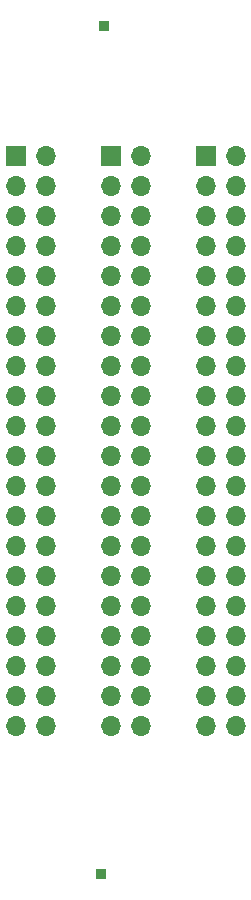
<source format=gbr>
%TF.GenerationSoftware,KiCad,Pcbnew,8.0.4*%
%TF.CreationDate,2024-11-26T14:31:27+01:00*%
%TF.ProjectId,6502 Pod 2x40 Pin Cable Adapter,36353032-2050-46f6-9420-327834302050,rev?*%
%TF.SameCoordinates,Original*%
%TF.FileFunction,Soldermask,Bot*%
%TF.FilePolarity,Negative*%
%FSLAX46Y46*%
G04 Gerber Fmt 4.6, Leading zero omitted, Abs format (unit mm)*
G04 Created by KiCad (PCBNEW 8.0.4) date 2024-11-26 14:31:27*
%MOMM*%
%LPD*%
G01*
G04 APERTURE LIST*
%ADD10R,1.700000X1.700000*%
%ADD11O,1.700000X1.700000*%
%ADD12R,0.850000X0.850000*%
G04 APERTURE END LIST*
D10*
%TO.C,J2*%
X79350000Y-71500000D03*
D11*
X81890000Y-71500000D03*
X79350000Y-74040000D03*
X81890000Y-74040000D03*
X79350000Y-76580000D03*
X81890000Y-76580000D03*
X79350000Y-79120000D03*
X81890000Y-79120000D03*
X79350000Y-81660000D03*
X81890000Y-81660000D03*
X79350000Y-84200000D03*
X81890000Y-84200000D03*
X79350000Y-86740000D03*
X81890000Y-86740000D03*
X79350000Y-89280000D03*
X81890000Y-89280000D03*
X79350000Y-91820000D03*
X81890000Y-91820000D03*
X79350000Y-94360000D03*
X81890000Y-94360000D03*
X79350000Y-96900000D03*
X81890000Y-96900000D03*
X79350000Y-99440000D03*
X81890000Y-99440000D03*
X79350000Y-101980000D03*
X81890000Y-101980000D03*
X79350000Y-104520000D03*
X81890000Y-104520000D03*
X79350000Y-107060000D03*
X81890000Y-107060000D03*
X79350000Y-109600000D03*
X81890000Y-109600000D03*
X79350000Y-112140000D03*
X81890000Y-112140000D03*
X79350000Y-114680000D03*
X81890000Y-114680000D03*
X79350000Y-117220000D03*
X81890000Y-117220000D03*
X79350000Y-119760000D03*
X81890000Y-119760000D03*
%TD*%
D12*
%TO.C,TP1*%
X78750000Y-60500000D03*
%TD*%
D10*
%TO.C,J1*%
X71300000Y-71500000D03*
D11*
X73840000Y-71500000D03*
X71300000Y-74040000D03*
X73840000Y-74040000D03*
X71300000Y-76580000D03*
X73840000Y-76580000D03*
X71300000Y-79120000D03*
X73840000Y-79120000D03*
X71300000Y-81660000D03*
X73840000Y-81660000D03*
X71300000Y-84200000D03*
X73840000Y-84200000D03*
X71300000Y-86740000D03*
X73840000Y-86740000D03*
X71300000Y-89280000D03*
X73840000Y-89280000D03*
X71300000Y-91820000D03*
X73840000Y-91820000D03*
X71300000Y-94360000D03*
X73840000Y-94360000D03*
X71300000Y-96900000D03*
X73840000Y-96900000D03*
X71300000Y-99440000D03*
X73840000Y-99440000D03*
X71300000Y-101980000D03*
X73840000Y-101980000D03*
X71300000Y-104520000D03*
X73840000Y-104520000D03*
X71300000Y-107060000D03*
X73840000Y-107060000D03*
X71300000Y-109600000D03*
X73840000Y-109600000D03*
X71300000Y-112140000D03*
X73840000Y-112140000D03*
X71300000Y-114680000D03*
X73840000Y-114680000D03*
X71300000Y-117220000D03*
X73840000Y-117220000D03*
X71300000Y-119760000D03*
X73840000Y-119760000D03*
%TD*%
D12*
%TO.C,TP2*%
X78500000Y-132250000D03*
%TD*%
D10*
%TO.C,J3*%
X87350000Y-71500000D03*
D11*
X89890000Y-71500000D03*
X87350000Y-74040000D03*
X89890000Y-74040000D03*
X87350000Y-76580000D03*
X89890000Y-76580000D03*
X87350000Y-79120000D03*
X89890000Y-79120000D03*
X87350000Y-81660000D03*
X89890000Y-81660000D03*
X87350000Y-84200000D03*
X89890000Y-84200000D03*
X87350000Y-86740000D03*
X89890000Y-86740000D03*
X87350000Y-89280000D03*
X89890000Y-89280000D03*
X87350000Y-91820000D03*
X89890000Y-91820000D03*
X87350000Y-94360000D03*
X89890000Y-94360000D03*
X87350000Y-96900000D03*
X89890000Y-96900000D03*
X87350000Y-99440000D03*
X89890000Y-99440000D03*
X87350000Y-101980000D03*
X89890000Y-101980000D03*
X87350000Y-104520000D03*
X89890000Y-104520000D03*
X87350000Y-107060000D03*
X89890000Y-107060000D03*
X87350000Y-109600000D03*
X89890000Y-109600000D03*
X87350000Y-112140000D03*
X89890000Y-112140000D03*
X87350000Y-114680000D03*
X89890000Y-114680000D03*
X87350000Y-117220000D03*
X89890000Y-117220000D03*
X87350000Y-119760000D03*
X89890000Y-119760000D03*
%TD*%
M02*

</source>
